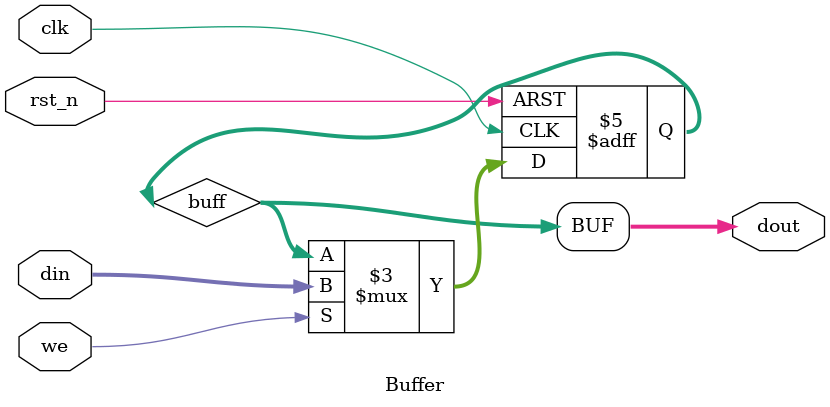
<source format=v>
module Buffer #(
    parameter WIDTH = 16
) (
    input  wire             clk,
    input  wire             rst_n,
    input  wire             we,
    input  wire [WIDTH-1:0] din,
    output wire [WIDTH-1:0] dout
);

    reg [WIDTH-1:0] buff;

    //*****************************************************
    //**                    Output
    //*****************************************************
    assign dout = buff;

    //*****************************************************
    //**                 Write Buffer
    //*****************************************************
    always @(posedge clk or negedge rst_n) begin
        if (~rst_n) buff[WIDTH-1:0] <= 0;
        else if (we) buff[WIDTH-1:0] <= din[WIDTH-1:0];
    end

endmodule

</source>
